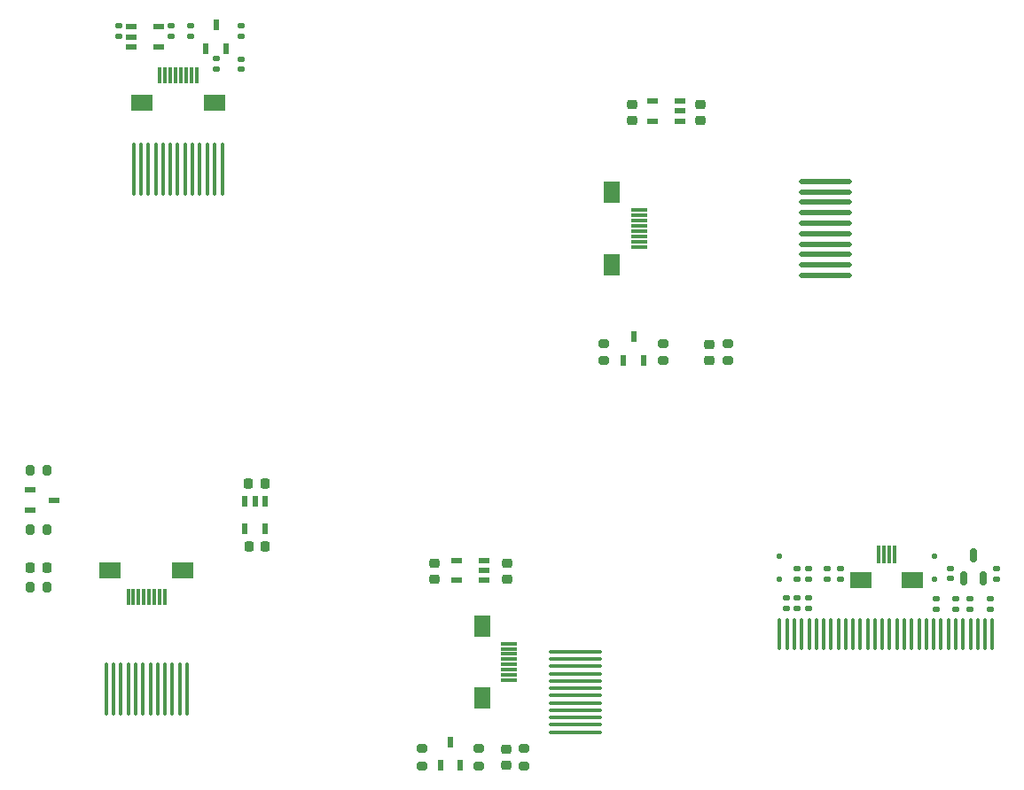
<source format=gtp>
%TF.GenerationSoftware,KiCad,Pcbnew,7.0.11*%
%TF.CreationDate,2024-04-20T19:25:37+08:00*%
%TF.ProjectId,UINIO-Monitor,55494e49-4f2d-44d6-9f6e-69746f722e6b,Version 3.2.1*%
%TF.SameCoordinates,PXbd63e30PY4088ff0*%
%TF.FileFunction,Paste,Top*%
%TF.FilePolarity,Positive*%
%FSLAX46Y46*%
G04 Gerber Fmt 4.6, Leading zero omitted, Abs format (unit mm)*
G04 Created by KiCad (PCBNEW 7.0.11) date 2024-04-20 19:25:37*
%MOMM*%
%LPD*%
G01*
G04 APERTURE LIST*
G04 Aperture macros list*
%AMRoundRect*
0 Rectangle with rounded corners*
0 $1 Rounding radius*
0 $2 $3 $4 $5 $6 $7 $8 $9 X,Y pos of 4 corners*
0 Add a 4 corners polygon primitive as box body*
4,1,4,$2,$3,$4,$5,$6,$7,$8,$9,$2,$3,0*
0 Add four circle primitives for the rounded corners*
1,1,$1+$1,$2,$3*
1,1,$1+$1,$4,$5*
1,1,$1+$1,$6,$7*
1,1,$1+$1,$8,$9*
0 Add four rect primitives between the rounded corners*
20,1,$1+$1,$2,$3,$4,$5,0*
20,1,$1+$1,$4,$5,$6,$7,0*
20,1,$1+$1,$6,$7,$8,$9,0*
20,1,$1+$1,$8,$9,$2,$3,0*%
G04 Aperture macros list end*
%ADD10RoundRect,0.135000X-0.185000X0.135000X-0.185000X-0.135000X0.185000X-0.135000X0.185000X0.135000X0*%
%ADD11RoundRect,0.140000X0.170000X-0.140000X0.170000X0.140000X-0.170000X0.140000X-0.170000X-0.140000X0*%
%ADD12RoundRect,0.200000X0.275000X-0.200000X0.275000X0.200000X-0.275000X0.200000X-0.275000X-0.200000X0*%
%ADD13RoundRect,0.200000X0.200000X0.275000X-0.200000X0.275000X-0.200000X-0.275000X0.200000X-0.275000X0*%
%ADD14R,0.532000X1.070000*%
%ADD15RoundRect,0.200000X-0.200000X-0.275000X0.200000X-0.275000X0.200000X0.275000X-0.200000X0.275000X0*%
%ADD16R,1.000000X0.600000*%
%ADD17RoundRect,0.140000X-0.170000X0.140000X-0.170000X-0.140000X0.170000X-0.140000X0.170000X0.140000X0*%
%ADD18RoundRect,0.225000X0.250000X-0.225000X0.250000X0.225000X-0.250000X0.225000X-0.250000X-0.225000X0*%
%ADD19RoundRect,0.112500X-2.387500X-0.112500X2.387500X-0.112500X2.387500X0.112500X-2.387500X0.112500X0*%
%ADD20RoundRect,0.225000X-0.225000X-0.250000X0.225000X-0.250000X0.225000X0.250000X-0.225000X0.250000X0*%
%ADD21RoundRect,0.125000X-0.125000X0.125000X-0.125000X-0.125000X0.125000X-0.125000X0.125000X0.125000X0*%
%ADD22R,1.070000X0.532000*%
%ADD23RoundRect,0.225000X-0.250000X0.225000X-0.250000X-0.225000X0.250000X-0.225000X0.250000X0.225000X0*%
%ADD24RoundRect,0.135000X0.185000X-0.135000X0.185000X0.135000X-0.185000X0.135000X-0.185000X-0.135000X0*%
%ADD25R,0.300000X1.800000*%
%ADD26R,2.000000X1.500000*%
%ADD27RoundRect,0.150000X0.150000X-0.512500X0.150000X0.512500X-0.150000X0.512500X-0.150000X-0.512500X0*%
%ADD28R,1.500000X0.300000*%
%ADD29R,1.500000X2.000000*%
%ADD30RoundRect,0.200000X-0.275000X0.200000X-0.275000X-0.200000X0.275000X-0.200000X0.275000X0.200000X0*%
%ADD31RoundRect,0.095000X0.095000X-2.405000X0.095000X2.405000X-0.095000X2.405000X-0.095000X-2.405000X0*%
%ADD32RoundRect,0.095000X-0.095000X1.405000X-0.095000X-1.405000X0.095000X-1.405000X0.095000X1.405000X0*%
%ADD33RoundRect,0.095000X2.405000X0.095000X-2.405000X0.095000X-2.405000X-0.095000X2.405000X-0.095000X0*%
%ADD34R,0.300000X1.500000*%
%ADD35R,0.600000X1.000000*%
G04 APERTURE END LIST*
D10*
%TO.C,R13*%
X-71961320Y-2991320D03*
X-71961320Y-4011320D03*
%TD*%
D11*
%TO.C,C14*%
X-71951320Y-7141320D03*
X-71951320Y-6181320D03*
%TD*%
D12*
%TO.C,R6*%
X-25481320Y-35016320D03*
X-25481320Y-33366320D03*
%TD*%
D13*
%TO.C,R16*%
X-90481322Y-51121320D03*
X-92131322Y-51121320D03*
%TD*%
D14*
%TO.C,VT3*%
X-75311320Y-5146320D03*
X-73411320Y-5146320D03*
X-74361320Y-2876320D03*
%TD*%
D10*
%TO.C,R12*%
X-76751320Y-2991320D03*
X-76751320Y-4011320D03*
%TD*%
D15*
%TO.C,R15*%
X-92121322Y-45501320D03*
X-90471322Y-45501320D03*
%TD*%
D16*
%TO.C,U2*%
X-48746320Y-55979820D03*
X-48746320Y-55029820D03*
X-48746320Y-54079820D03*
X-51346320Y-54079820D03*
X-51346320Y-55979820D03*
%TD*%
D17*
%TO.C,C13*%
X-2321320Y-57771320D03*
X-2321320Y-58731320D03*
%TD*%
%TO.C,C7*%
X-4201320Y-54851320D03*
X-4201320Y-55811320D03*
%TD*%
D15*
%TO.C,R17*%
X-92146322Y-56691320D03*
X-90496322Y-56691320D03*
%TD*%
D18*
%TO.C,C2*%
X-46661320Y-73706320D03*
X-46661320Y-72156320D03*
%TD*%
D19*
%TO.C,P1*%
X-16186320Y-17846320D03*
X-16186320Y-18856320D03*
X-16186320Y-19856320D03*
X-16186320Y-20856320D03*
X-16186320Y-21856320D03*
X-16186320Y-22856320D03*
X-16186320Y-23856320D03*
X-16186320Y-24856320D03*
X-16186320Y-25856320D03*
X-16186320Y-26856320D03*
%TD*%
D20*
%TO.C,C17*%
X-71241322Y-46761320D03*
X-69691322Y-46761320D03*
%TD*%
D21*
%TO.C,D2*%
X-5761320Y-53671320D03*
X-5761320Y-55871320D03*
%TD*%
D22*
%TO.C,VT4*%
X-92121322Y-47371320D03*
X-92121322Y-49271320D03*
X-89851322Y-48321320D03*
%TD*%
D10*
%TO.C,R10*%
X-17751320Y-57701320D03*
X-17751320Y-58721320D03*
%TD*%
D23*
%TO.C,C6*%
X-53521320Y-54368820D03*
X-53521320Y-55918820D03*
%TD*%
D18*
%TO.C,C3*%
X-28131320Y-12026320D03*
X-28131320Y-10476320D03*
%TD*%
D24*
%TO.C,R18*%
X-17751320Y-55891320D03*
X-17751320Y-54871320D03*
%TD*%
D11*
%TO.C,C10*%
X-18831320Y-58671320D03*
X-18831320Y-57711320D03*
%TD*%
D24*
%TO.C,R8*%
X-3711321Y-58751320D03*
X-3711321Y-57731320D03*
%TD*%
D17*
%TO.C,C12*%
X-401320Y-57771320D03*
X-401320Y-58731320D03*
%TD*%
D25*
%TO.C,FPC3*%
X-9571320Y-53516320D03*
X-10071320Y-53516320D03*
X-10571320Y-53516320D03*
X-11071320Y-53516320D03*
D26*
X-12771320Y-55966320D03*
X-7871320Y-55966320D03*
%TD*%
D27*
%TO.C,U3*%
X-2991321Y-55848820D03*
X-1091321Y-55848820D03*
X-2041321Y-53573820D03*
%TD*%
D20*
%TO.C,C18*%
X-71236322Y-52741320D03*
X-69686322Y-52741320D03*
%TD*%
D11*
%TO.C,C8*%
X198679Y-55851320D03*
X198679Y-54891320D03*
%TD*%
%TO.C,C16*%
X-78661320Y-3961320D03*
X-78661320Y-3001320D03*
%TD*%
D23*
%TO.C,C5*%
X-34621320Y-10476320D03*
X-34621320Y-12026320D03*
%TD*%
D24*
%TO.C,R20*%
X-14761320Y-55881320D03*
X-14761320Y-54861320D03*
%TD*%
D11*
%TO.C,C15*%
X-83641320Y-3961320D03*
X-83641320Y-3001320D03*
%TD*%
D28*
%TO.C,FPC1*%
X-46361321Y-62046320D03*
X-46361321Y-62546320D03*
X-46361321Y-63046320D03*
X-46361321Y-63546320D03*
X-46361321Y-64046320D03*
X-46361321Y-64546320D03*
X-46361321Y-65046320D03*
X-46361321Y-65546320D03*
D29*
X-48961321Y-67246320D03*
X-48961321Y-60346320D03*
%TD*%
D14*
%TO.C,VT1*%
X-35441320Y-34980320D03*
X-33541320Y-34980320D03*
X-34491320Y-32710320D03*
%TD*%
D24*
%TO.C,R11*%
X-74361320Y-7151320D03*
X-74361320Y-6131320D03*
%TD*%
D12*
%TO.C,R3*%
X-54671320Y-73746320D03*
X-54671320Y-72096320D03*
%TD*%
%TO.C,R2*%
X-31641320Y-35016320D03*
X-31641320Y-33366320D03*
%TD*%
D30*
%TO.C,R4*%
X-49241320Y-72096320D03*
X-49241320Y-73746320D03*
%TD*%
D31*
%TO.C,P4*%
X-82216321Y-16651320D03*
X-81516321Y-16651320D03*
X-80816321Y-16651320D03*
X-80116321Y-16651320D03*
X-79416321Y-16651320D03*
X-78716321Y-16651320D03*
X-78016321Y-16651320D03*
X-77316321Y-16651320D03*
X-76616321Y-16651320D03*
X-75916321Y-16651320D03*
X-75216321Y-16651320D03*
X-74516321Y-16651320D03*
X-73776321Y-16651320D03*
%TD*%
D32*
%TO.C,P3*%
X-216320Y-61181320D03*
X-916320Y-61181320D03*
X-1616320Y-61181320D03*
X-2316320Y-61181320D03*
X-3016320Y-61181320D03*
X-3716320Y-61181320D03*
X-4416320Y-61181320D03*
X-5116320Y-61181320D03*
X-5816320Y-61181320D03*
X-6516320Y-61181320D03*
X-7216320Y-61181320D03*
X-7916320Y-61181320D03*
X-8626320Y-61181320D03*
X-9326320Y-61181320D03*
X-10026320Y-61181320D03*
X-10726320Y-61181320D03*
X-11426320Y-61181320D03*
X-12126320Y-61181320D03*
X-12826320Y-61181320D03*
X-13526320Y-61181320D03*
X-14226320Y-61181320D03*
X-14926320Y-61181320D03*
X-15626320Y-61181320D03*
X-16326320Y-61181320D03*
X-17026320Y-61181320D03*
X-17726320Y-61181320D03*
X-18436320Y-61181320D03*
X-19136320Y-61181320D03*
X-19826320Y-61181320D03*
X-20526320Y-61181320D03*
%TD*%
D11*
%TO.C,C11*%
X-19901320Y-58671320D03*
X-19901320Y-57711320D03*
%TD*%
D16*
%TO.C,U4*%
X-82441320Y-3101320D03*
X-82441320Y-4051320D03*
X-82441320Y-5001320D03*
X-79841320Y-5001320D03*
X-79841320Y-3101320D03*
%TD*%
D14*
%TO.C,VT2*%
X-52917320Y-73710320D03*
X-51017320Y-73710320D03*
X-51967320Y-71440320D03*
%TD*%
D24*
%TO.C,R7*%
X-5581320Y-58751320D03*
X-5581320Y-57731320D03*
%TD*%
D16*
%TO.C,U1*%
X-30071320Y-12087320D03*
X-30071320Y-11137320D03*
X-30071320Y-10187320D03*
X-32671320Y-10187320D03*
X-32671320Y-12087320D03*
%TD*%
D12*
%TO.C,R5*%
X-44921320Y-73756320D03*
X-44921320Y-72106320D03*
%TD*%
D21*
%TO.C,D1*%
X-20571320Y-53671320D03*
X-20571320Y-55871320D03*
%TD*%
D24*
%TO.C,R19*%
X-16011320Y-55881320D03*
X-16011320Y-54861320D03*
%TD*%
D23*
%TO.C,C4*%
X-46571320Y-54368820D03*
X-46571320Y-55918820D03*
%TD*%
D33*
%TO.C,P2*%
X-40011321Y-70511320D03*
X-40011321Y-69811320D03*
X-40011321Y-69111320D03*
X-40011321Y-68411320D03*
X-40011321Y-67711320D03*
X-40011321Y-67011320D03*
X-40011321Y-66311320D03*
X-40011321Y-65611320D03*
X-40011321Y-64911320D03*
X-40011321Y-64211320D03*
X-40011321Y-63511320D03*
X-40011321Y-62811320D03*
%TD*%
D34*
%TO.C,FPC4*%
X-79731321Y-7711320D03*
X-79231321Y-7711320D03*
X-78731321Y-7711320D03*
X-78231321Y-7711320D03*
X-77731321Y-7711320D03*
X-77231321Y-7711320D03*
X-76731321Y-7711320D03*
X-76231321Y-7711320D03*
D26*
X-74531321Y-10311320D03*
X-81431321Y-10311320D03*
%TD*%
D11*
%TO.C,C19*%
X-18911320Y-55871320D03*
X-18911320Y-54911320D03*
%TD*%
D28*
%TO.C,FPC2*%
X-33951320Y-20611320D03*
X-33951320Y-21111320D03*
X-33951320Y-21611320D03*
X-33951320Y-22111320D03*
X-33951320Y-22611320D03*
X-33951320Y-23111320D03*
X-33951320Y-23611320D03*
X-33951320Y-24111320D03*
D29*
X-36551320Y-25811320D03*
X-36551320Y-18911320D03*
%TD*%
D35*
%TO.C,U5*%
X-69691322Y-48451320D03*
X-70641322Y-48451320D03*
X-71591322Y-48451320D03*
X-71591322Y-51051320D03*
X-69691322Y-51051320D03*
%TD*%
D20*
%TO.C,C9*%
X-92081322Y-54781320D03*
X-90531322Y-54781320D03*
%TD*%
D30*
%TO.C,R1*%
X-37321320Y-33366320D03*
X-37321320Y-35016320D03*
%TD*%
D34*
%TO.C,FPC7*%
X-79246322Y-57609820D03*
X-79746322Y-57609820D03*
X-80246322Y-57609820D03*
X-80746322Y-57609820D03*
X-81246322Y-57609820D03*
X-81746322Y-57609820D03*
X-82246322Y-57609820D03*
X-82746322Y-57609820D03*
D26*
X-84446322Y-55009820D03*
X-77546322Y-55009820D03*
%TD*%
D23*
%TO.C,C1*%
X-27241320Y-33416320D03*
X-27241320Y-34966320D03*
%TD*%
D31*
%TO.C,P5*%
X-84831322Y-66371320D03*
X-84131322Y-66371320D03*
X-83431322Y-66371320D03*
X-82731322Y-66371320D03*
X-82031322Y-66371320D03*
X-81331322Y-66371320D03*
X-80631322Y-66371320D03*
X-79931322Y-66371320D03*
X-79231322Y-66371320D03*
X-78531322Y-66371320D03*
X-77831322Y-66371320D03*
X-77131322Y-66371320D03*
%TD*%
M02*

</source>
